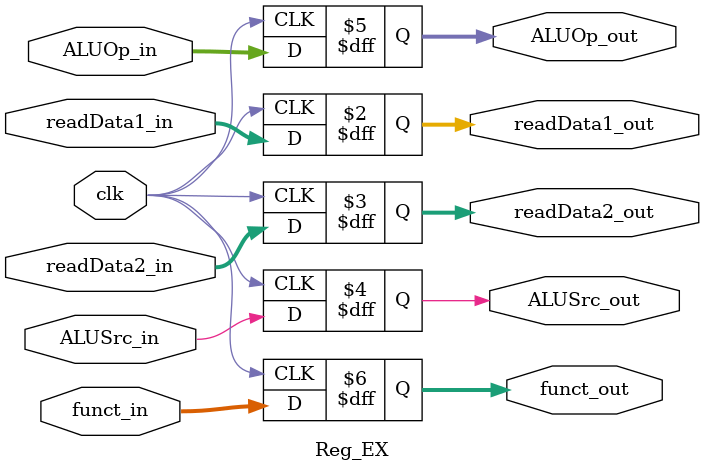
<source format=v>
module Reg_EX (
    readData1_in, readData1_out,
    readData2_in, readData2_out,
    ALUSrc_in, ALUSrc_out,
    ALUOp_in, ALUOp_out,
    funct_in, funct_out, 
    clk
);
    input [31:0] readData1_in;
    output reg [31:0] readData1_out;
    input [31:0] readData2_in;
    output reg [31:0] readData2_out;
    input ALUSrc_in;
    output reg ALUSrc_out;
    input [1:0] ALUOp_in;
    output reg [1:0] ALUOp_out;
    input [5:0] funct_in;
    output reg [5:0] funct_out;
    input clk;
    always @(posedge clk) begin
        readData1_out = readData1_in;
        readData2_out = readData2_in;
        ALUSrc_out = ALUSrc_in;
        ALUOp_out = ALUOp_in;
        funct_out = funct_in;
    end


    
endmodule
</source>
